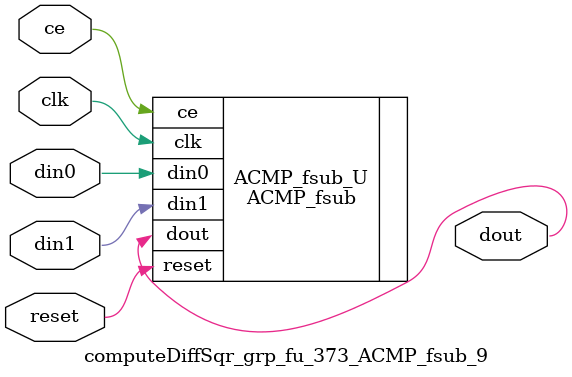
<source format=v>

`timescale 1 ns / 1 ps
module computeDiffSqr_grp_fu_373_ACMP_fsub_9(
    clk,
    reset,
    ce,
    din0,
    din1,
    dout);

parameter ID = 32'd1;
parameter NUM_STAGE = 32'd1;
parameter din0_WIDTH = 32'd1;
parameter din1_WIDTH = 32'd1;
parameter dout_WIDTH = 32'd1;
input clk;
input reset;
input ce;
input[din0_WIDTH - 1:0] din0;
input[din1_WIDTH - 1:0] din1;
output[dout_WIDTH - 1:0] dout;



ACMP_fsub #(
.ID( ID ),
.NUM_STAGE( 4 ),
.din0_WIDTH( din0_WIDTH ),
.din1_WIDTH( din1_WIDTH ),
.dout_WIDTH( dout_WIDTH ))
ACMP_fsub_U(
    .clk( clk ),
    .reset( reset ),
    .ce( ce ),
    .din0( din0 ),
    .din1( din1 ),
    .dout( dout ));

endmodule

</source>
